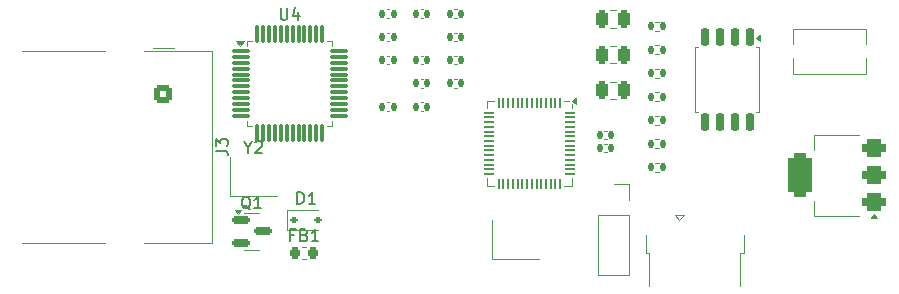
<source format=gbr>
%TF.GenerationSoftware,KiCad,Pcbnew,8.0.3*%
%TF.CreationDate,2024-06-27T21:22:13-04:00*%
%TF.ProjectId,rp2040-mgmt-module,72703230-3430-42d6-9d67-6d742d6d6f64,v0.0.0*%
%TF.SameCoordinates,Original*%
%TF.FileFunction,Legend,Top*%
%TF.FilePolarity,Positive*%
%FSLAX46Y46*%
G04 Gerber Fmt 4.6, Leading zero omitted, Abs format (unit mm)*
G04 Created by KiCad (PCBNEW 8.0.3) date 2024-06-27 21:22:13*
%MOMM*%
%LPD*%
G01*
G04 APERTURE LIST*
G04 Aperture macros list*
%AMRoundRect*
0 Rectangle with rounded corners*
0 $1 Rounding radius*
0 $2 $3 $4 $5 $6 $7 $8 $9 X,Y pos of 4 corners*
0 Add a 4 corners polygon primitive as box body*
4,1,4,$2,$3,$4,$5,$6,$7,$8,$9,$2,$3,0*
0 Add four circle primitives for the rounded corners*
1,1,$1+$1,$2,$3*
1,1,$1+$1,$4,$5*
1,1,$1+$1,$6,$7*
1,1,$1+$1,$8,$9*
0 Add four rect primitives between the rounded corners*
20,1,$1+$1,$2,$3,$4,$5,0*
20,1,$1+$1,$4,$5,$6,$7,0*
20,1,$1+$1,$6,$7,$8,$9,0*
20,1,$1+$1,$8,$9,$2,$3,0*%
G04 Aperture macros list end*
%ADD10C,0.150000*%
%ADD11C,0.120000*%
%ADD12C,0.100000*%
%ADD13RoundRect,0.140000X-0.140000X-0.170000X0.140000X-0.170000X0.140000X0.170000X-0.140000X0.170000X0*%
%ADD14C,3.250000*%
%ADD15RoundRect,0.250500X-0.499500X0.499500X-0.499500X-0.499500X0.499500X-0.499500X0.499500X0.499500X0*%
%ADD16C,1.500000*%
%ADD17C,2.500000*%
%ADD18RoundRect,0.250000X-0.250000X-0.475000X0.250000X-0.475000X0.250000X0.475000X-0.250000X0.475000X0*%
%ADD19RoundRect,0.375000X0.625000X0.375000X-0.625000X0.375000X-0.625000X-0.375000X0.625000X-0.375000X0*%
%ADD20RoundRect,0.500000X0.500000X1.400000X-0.500000X1.400000X-0.500000X-1.400000X0.500000X-1.400000X0*%
%ADD21RoundRect,0.218750X-0.218750X-0.256250X0.218750X-0.256250X0.218750X0.256250X-0.218750X0.256250X0*%
%ADD22R,1.200000X1.000000*%
%ADD23R,1.700000X1.700000*%
%ADD24O,1.700000X1.700000*%
%ADD25RoundRect,0.135000X-0.135000X-0.185000X0.135000X-0.185000X0.135000X0.185000X-0.135000X0.185000X0*%
%ADD26R,1.400000X1.200000*%
%ADD27RoundRect,0.150000X-0.587500X-0.150000X0.587500X-0.150000X0.587500X0.150000X-0.587500X0.150000X0*%
%ADD28RoundRect,0.112500X-0.187500X-0.112500X0.187500X-0.112500X0.187500X0.112500X-0.187500X0.112500X0*%
%ADD29RoundRect,0.050000X-0.050000X0.387500X-0.050000X-0.387500X0.050000X-0.387500X0.050000X0.387500X0*%
%ADD30RoundRect,0.050000X-0.387500X0.050000X-0.387500X-0.050000X0.387500X-0.050000X0.387500X0.050000X0*%
%ADD31R,3.200000X3.200000*%
%ADD32R,0.400000X1.650000*%
%ADD33R,1.825000X0.700000*%
%ADD34R,2.000000X1.500000*%
%ADD35R,1.350000X2.000000*%
%ADD36O,1.350000X1.700000*%
%ADD37O,1.100000X1.500000*%
%ADD38R,1.430000X2.500000*%
%ADD39R,4.300000X0.700000*%
%ADD40R,3.200000X0.700000*%
%ADD41RoundRect,0.150000X-0.150000X0.650000X-0.150000X-0.650000X0.150000X-0.650000X0.150000X0.650000X0*%
%ADD42RoundRect,0.075000X-0.662500X-0.075000X0.662500X-0.075000X0.662500X0.075000X-0.662500X0.075000X0*%
%ADD43RoundRect,0.075000X-0.075000X-0.662500X0.075000X-0.662500X0.075000X0.662500X-0.075000X0.662500X0*%
G04 APERTURE END LIST*
D10*
X17014819Y-12418333D02*
X17729104Y-12418333D01*
X17729104Y-12418333D02*
X17871961Y-12465952D01*
X17871961Y-12465952D02*
X17967200Y-12561190D01*
X17967200Y-12561190D02*
X18014819Y-12704047D01*
X18014819Y-12704047D02*
X18014819Y-12799285D01*
X17014819Y-12037380D02*
X17014819Y-11418333D01*
X17014819Y-11418333D02*
X17395771Y-11751666D01*
X17395771Y-11751666D02*
X17395771Y-11608809D01*
X17395771Y-11608809D02*
X17443390Y-11513571D01*
X17443390Y-11513571D02*
X17491009Y-11465952D01*
X17491009Y-11465952D02*
X17586247Y-11418333D01*
X17586247Y-11418333D02*
X17824342Y-11418333D01*
X17824342Y-11418333D02*
X17919580Y-11465952D01*
X17919580Y-11465952D02*
X17967200Y-11513571D01*
X17967200Y-11513571D02*
X18014819Y-11608809D01*
X18014819Y-11608809D02*
X18014819Y-11894523D01*
X18014819Y-11894523D02*
X17967200Y-11989761D01*
X17967200Y-11989761D02*
X17919580Y-12037380D01*
X23654166Y-19556009D02*
X23320833Y-19556009D01*
X23320833Y-20079819D02*
X23320833Y-19079819D01*
X23320833Y-19079819D02*
X23797023Y-19079819D01*
X24511309Y-19556009D02*
X24654166Y-19603628D01*
X24654166Y-19603628D02*
X24701785Y-19651247D01*
X24701785Y-19651247D02*
X24749404Y-19746485D01*
X24749404Y-19746485D02*
X24749404Y-19889342D01*
X24749404Y-19889342D02*
X24701785Y-19984580D01*
X24701785Y-19984580D02*
X24654166Y-20032200D01*
X24654166Y-20032200D02*
X24558928Y-20079819D01*
X24558928Y-20079819D02*
X24177976Y-20079819D01*
X24177976Y-20079819D02*
X24177976Y-19079819D01*
X24177976Y-19079819D02*
X24511309Y-19079819D01*
X24511309Y-19079819D02*
X24606547Y-19127438D01*
X24606547Y-19127438D02*
X24654166Y-19175057D01*
X24654166Y-19175057D02*
X24701785Y-19270295D01*
X24701785Y-19270295D02*
X24701785Y-19365533D01*
X24701785Y-19365533D02*
X24654166Y-19460771D01*
X24654166Y-19460771D02*
X24606547Y-19508390D01*
X24606547Y-19508390D02*
X24511309Y-19556009D01*
X24511309Y-19556009D02*
X24177976Y-19556009D01*
X25701785Y-20079819D02*
X25130357Y-20079819D01*
X25416071Y-20079819D02*
X25416071Y-19079819D01*
X25416071Y-19079819D02*
X25320833Y-19222676D01*
X25320833Y-19222676D02*
X25225595Y-19317914D01*
X25225595Y-19317914D02*
X25130357Y-19365533D01*
X19741309Y-12153628D02*
X19741309Y-12629819D01*
X19407976Y-11629819D02*
X19741309Y-12153628D01*
X19741309Y-12153628D02*
X20074642Y-11629819D01*
X20360357Y-11725057D02*
X20407976Y-11677438D01*
X20407976Y-11677438D02*
X20503214Y-11629819D01*
X20503214Y-11629819D02*
X20741309Y-11629819D01*
X20741309Y-11629819D02*
X20836547Y-11677438D01*
X20836547Y-11677438D02*
X20884166Y-11725057D01*
X20884166Y-11725057D02*
X20931785Y-11820295D01*
X20931785Y-11820295D02*
X20931785Y-11915533D01*
X20931785Y-11915533D02*
X20884166Y-12058390D01*
X20884166Y-12058390D02*
X20312738Y-12629819D01*
X20312738Y-12629819D02*
X20931785Y-12629819D01*
X19942261Y-17400057D02*
X19847023Y-17352438D01*
X19847023Y-17352438D02*
X19751785Y-17257200D01*
X19751785Y-17257200D02*
X19608928Y-17114342D01*
X19608928Y-17114342D02*
X19513690Y-17066723D01*
X19513690Y-17066723D02*
X19418452Y-17066723D01*
X19466071Y-17304819D02*
X19370833Y-17257200D01*
X19370833Y-17257200D02*
X19275595Y-17161961D01*
X19275595Y-17161961D02*
X19227976Y-16971485D01*
X19227976Y-16971485D02*
X19227976Y-16638152D01*
X19227976Y-16638152D02*
X19275595Y-16447676D01*
X19275595Y-16447676D02*
X19370833Y-16352438D01*
X19370833Y-16352438D02*
X19466071Y-16304819D01*
X19466071Y-16304819D02*
X19656547Y-16304819D01*
X19656547Y-16304819D02*
X19751785Y-16352438D01*
X19751785Y-16352438D02*
X19847023Y-16447676D01*
X19847023Y-16447676D02*
X19894642Y-16638152D01*
X19894642Y-16638152D02*
X19894642Y-16971485D01*
X19894642Y-16971485D02*
X19847023Y-17161961D01*
X19847023Y-17161961D02*
X19751785Y-17257200D01*
X19751785Y-17257200D02*
X19656547Y-17304819D01*
X19656547Y-17304819D02*
X19466071Y-17304819D01*
X20847023Y-17304819D02*
X20275595Y-17304819D01*
X20561309Y-17304819D02*
X20561309Y-16304819D01*
X20561309Y-16304819D02*
X20466071Y-16447676D01*
X20466071Y-16447676D02*
X20370833Y-16542914D01*
X20370833Y-16542914D02*
X20275595Y-16590533D01*
X23914405Y-16929819D02*
X23914405Y-15929819D01*
X23914405Y-15929819D02*
X24152500Y-15929819D01*
X24152500Y-15929819D02*
X24295357Y-15977438D01*
X24295357Y-15977438D02*
X24390595Y-16072676D01*
X24390595Y-16072676D02*
X24438214Y-16167914D01*
X24438214Y-16167914D02*
X24485833Y-16358390D01*
X24485833Y-16358390D02*
X24485833Y-16501247D01*
X24485833Y-16501247D02*
X24438214Y-16691723D01*
X24438214Y-16691723D02*
X24390595Y-16786961D01*
X24390595Y-16786961D02*
X24295357Y-16882200D01*
X24295357Y-16882200D02*
X24152500Y-16929819D01*
X24152500Y-16929819D02*
X23914405Y-16929819D01*
X25438214Y-16929819D02*
X24866786Y-16929819D01*
X25152500Y-16929819D02*
X25152500Y-15929819D01*
X25152500Y-15929819D02*
X25057262Y-16072676D01*
X25057262Y-16072676D02*
X24962024Y-16167914D01*
X24962024Y-16167914D02*
X24866786Y-16215533D01*
X22505595Y-329819D02*
X22505595Y-1139342D01*
X22505595Y-1139342D02*
X22553214Y-1234580D01*
X22553214Y-1234580D02*
X22600833Y-1282200D01*
X22600833Y-1282200D02*
X22696071Y-1329819D01*
X22696071Y-1329819D02*
X22886547Y-1329819D01*
X22886547Y-1329819D02*
X22981785Y-1282200D01*
X22981785Y-1282200D02*
X23029404Y-1234580D01*
X23029404Y-1234580D02*
X23077023Y-1139342D01*
X23077023Y-1139342D02*
X23077023Y-329819D01*
X23981785Y-663152D02*
X23981785Y-1329819D01*
X23743690Y-282200D02*
X23505595Y-996485D01*
X23505595Y-996485D02*
X24124642Y-996485D01*
D11*
%TO.C,C7*%
X31472164Y-8340000D02*
X31687836Y-8340000D01*
X31472164Y-9060000D02*
X31687836Y-9060000D01*
%TO.C,C6*%
X49892164Y-10740000D02*
X50107836Y-10740000D01*
X49892164Y-11460000D02*
X50107836Y-11460000D01*
%TO.C,J3*%
X7630000Y-3955000D02*
X610000Y-3955000D01*
X7630000Y-20215000D02*
X610000Y-20215000D01*
X13460000Y-3725000D02*
X11660000Y-3725000D01*
X16710000Y-3955000D02*
X10910000Y-3955000D01*
X16710000Y-3955000D02*
X16710000Y-20215000D01*
X16710000Y-20215000D02*
X10910000Y-20215000D01*
%TO.C,C4*%
X50388748Y-3555000D02*
X50911252Y-3555000D01*
X50388748Y-5025000D02*
X50911252Y-5025000D01*
%TO.C,U1*%
X67690000Y-11090000D02*
X67690000Y-12350000D01*
X67690000Y-17910000D02*
X67690000Y-16650000D01*
X71450000Y-11090000D02*
X67690000Y-11090000D01*
X71450000Y-17910000D02*
X67690000Y-17910000D01*
X72970000Y-18140000D02*
X72490000Y-18140000D01*
X72730000Y-17810000D01*
X72970000Y-18140000D01*
G36*
X72970000Y-18140000D02*
G01*
X72490000Y-18140000D01*
X72730000Y-17810000D01*
X72970000Y-18140000D01*
G37*
%TO.C,C13*%
X37212164Y-460000D02*
X37427836Y-460000D01*
X37212164Y-1180000D02*
X37427836Y-1180000D01*
%TO.C,FB1*%
X24324721Y-20545000D02*
X24650279Y-20545000D01*
X24324721Y-21565000D02*
X24650279Y-21565000D01*
D12*
%TO.C,SW1*%
X65900000Y-2100000D02*
X72100000Y-2100000D01*
X65900000Y-3400000D02*
X65900000Y-2100000D01*
X65900000Y-5900000D02*
X65900000Y-4600000D01*
X72100000Y-2100000D02*
X72100000Y-3400000D01*
X72100000Y-4600000D02*
X72100000Y-5900000D01*
X72100000Y-5900000D02*
X65900000Y-5900000D01*
D11*
%TO.C,C2*%
X31472164Y-2430000D02*
X31687836Y-2430000D01*
X31472164Y-3150000D02*
X31687836Y-3150000D01*
%TO.C,C15*%
X37212164Y-4400000D02*
X37427836Y-4400000D01*
X37212164Y-5120000D02*
X37427836Y-5120000D01*
%TO.C,C16*%
X50388748Y-6565000D02*
X50911252Y-6565000D01*
X50388748Y-8035000D02*
X50911252Y-8035000D01*
%TO.C,J4*%
X49370000Y-17830000D02*
X49370000Y-22970000D01*
X49370000Y-17830000D02*
X52030000Y-17830000D01*
X49370000Y-22970000D02*
X52030000Y-22970000D01*
X50700000Y-15230000D02*
X52030000Y-15230000D01*
X52030000Y-15230000D02*
X52030000Y-16560000D01*
X52030000Y-17830000D02*
X52030000Y-22970000D01*
%TO.C,C1*%
X31472164Y-460000D02*
X31687836Y-460000D01*
X31472164Y-1180000D02*
X31687836Y-1180000D01*
%TO.C,C10*%
X34342164Y-4400000D02*
X34557836Y-4400000D01*
X34342164Y-5120000D02*
X34557836Y-5120000D01*
%TO.C,R1*%
X54236359Y-1520000D02*
X54543641Y-1520000D01*
X54236359Y-2280000D02*
X54543641Y-2280000D01*
%TO.C,R7*%
X54236359Y-13460000D02*
X54543641Y-13460000D01*
X54236359Y-14220000D02*
X54543641Y-14220000D01*
%TO.C,C17*%
X37212164Y-6370000D02*
X37427836Y-6370000D01*
X37212164Y-7090000D02*
X37427836Y-7090000D01*
%TO.C,C9*%
X49892164Y-11840000D02*
X50107836Y-11840000D01*
X49892164Y-12560000D02*
X50107836Y-12560000D01*
%TO.C,C11*%
X34342164Y-6370000D02*
X34557836Y-6370000D01*
X34342164Y-7090000D02*
X34557836Y-7090000D01*
%TO.C,Y2*%
X18217500Y-12975000D02*
X18217500Y-16275000D01*
X18217500Y-16275000D02*
X22217500Y-16275000D01*
%TO.C,C8*%
X34342164Y-460000D02*
X34557836Y-460000D01*
X34342164Y-1180000D02*
X34557836Y-1180000D01*
%TO.C,Q1*%
X20037500Y-17690000D02*
X19387500Y-17690000D01*
X20037500Y-17690000D02*
X20687500Y-17690000D01*
X20037500Y-20810000D02*
X19387500Y-20810000D01*
X20037500Y-20810000D02*
X20687500Y-20810000D01*
X18875000Y-17740000D02*
X18635000Y-17410000D01*
X19115000Y-17410000D01*
X18875000Y-17740000D01*
G36*
X18875000Y-17740000D02*
G01*
X18635000Y-17410000D01*
X19115000Y-17410000D01*
X18875000Y-17740000D01*
G37*
%TO.C,C5*%
X31472164Y-4400000D02*
X31687836Y-4400000D01*
X31472164Y-5120000D02*
X31687836Y-5120000D01*
%TO.C,C12*%
X34342164Y-8340000D02*
X34557836Y-8340000D01*
X34342164Y-9060000D02*
X34557836Y-9060000D01*
%TO.C,Y1*%
X40400000Y-18250000D02*
X40400000Y-21550000D01*
X40400000Y-21550000D02*
X44400000Y-21550000D01*
%TO.C,D1*%
X23042500Y-17475000D02*
X23042500Y-19175000D01*
X23042500Y-17475000D02*
X25702500Y-17475000D01*
X23042500Y-19175000D02*
X25702500Y-19175000D01*
%TO.C,R3*%
X54236359Y-5500000D02*
X54543641Y-5500000D01*
X54236359Y-6260000D02*
X54543641Y-6260000D01*
%TO.C,R2*%
X54236359Y-3510000D02*
X54543641Y-3510000D01*
X54236359Y-4270000D02*
X54543641Y-4270000D01*
%TO.C,U3*%
X39952500Y-8190000D02*
X40602500Y-8190000D01*
X39952500Y-8840000D02*
X39952500Y-8190000D01*
X39952500Y-14760000D02*
X39952500Y-15410000D01*
X39952500Y-15410000D02*
X40602500Y-15410000D01*
X46522500Y-8190000D02*
X46932500Y-8190000D01*
X47172500Y-8840000D02*
X47172500Y-8490000D01*
X47172500Y-14760000D02*
X47172500Y-15410000D01*
X47172500Y-15410000D02*
X46522500Y-15410000D01*
X47502500Y-8430000D02*
X47172500Y-8190000D01*
X47502500Y-7950000D01*
X47502500Y-8430000D01*
G36*
X47502500Y-8430000D02*
G01*
X47172500Y-8190000D01*
X47502500Y-7950000D01*
X47502500Y-8430000D01*
G37*
%TO.C,C14*%
X37212164Y-2430000D02*
X37427836Y-2430000D01*
X37212164Y-3150000D02*
X37427836Y-3150000D01*
%TO.C,J2*%
X53410000Y-21100000D02*
X53410000Y-19550000D01*
X53410000Y-21100000D02*
X53710000Y-21100000D01*
X53710000Y-23900000D02*
X53710000Y-21100000D01*
X55860000Y-17850000D02*
X56660000Y-17850000D01*
X56260000Y-18300000D02*
X55860000Y-17850000D01*
X56660000Y-17850000D02*
X56260000Y-18300000D01*
X61410000Y-21100000D02*
X61710000Y-21100000D01*
X61410000Y-23900000D02*
X61410000Y-21100000D01*
X61710000Y-21100000D02*
X61710000Y-19550000D01*
%TO.C,R4*%
X54236359Y-7490000D02*
X54543641Y-7490000D01*
X54236359Y-8250000D02*
X54543641Y-8250000D01*
%TO.C,R6*%
X54236359Y-11470000D02*
X54543641Y-11470000D01*
X54236359Y-12230000D02*
X54543641Y-12230000D01*
%TO.C,U2*%
X57575000Y-3675000D02*
X57835000Y-3675000D01*
X57575000Y-6400000D02*
X57575000Y-3675000D01*
X57575000Y-6400000D02*
X57575000Y-9125000D01*
X57575000Y-9125000D02*
X57835000Y-9125000D01*
X63025000Y-3675000D02*
X62765000Y-3675000D01*
X63025000Y-6400000D02*
X63025000Y-3675000D01*
X63025000Y-6400000D02*
X63025000Y-9125000D01*
X63025000Y-9125000D02*
X62765000Y-9125000D01*
X63095000Y-3132500D02*
X62765000Y-2892500D01*
X63095000Y-2652500D01*
X63095000Y-3132500D01*
G36*
X63095000Y-3132500D02*
G01*
X62765000Y-2892500D01*
X63095000Y-2652500D01*
X63095000Y-3132500D01*
G37*
%TO.C,U4*%
X19657500Y-3115000D02*
X19657500Y-3565000D01*
X19657500Y-10335000D02*
X19657500Y-9885000D01*
X20107500Y-3115000D02*
X19657500Y-3115000D01*
X20107500Y-10335000D02*
X19657500Y-10335000D01*
X26427500Y-3115000D02*
X26877500Y-3115000D01*
X26427500Y-10335000D02*
X26877500Y-10335000D01*
X26877500Y-3115000D02*
X26877500Y-3565000D01*
X26877500Y-10335000D02*
X26877500Y-9885000D01*
X19067500Y-3565000D02*
X18727500Y-3095000D01*
X19407500Y-3095000D01*
X19067500Y-3565000D01*
G36*
X19067500Y-3565000D02*
G01*
X18727500Y-3095000D01*
X19407500Y-3095000D01*
X19067500Y-3565000D01*
G37*
%TO.C,R5*%
X54236359Y-9480000D02*
X54543641Y-9480000D01*
X54236359Y-10240000D02*
X54543641Y-10240000D01*
%TO.C,C3*%
X50388748Y-545000D02*
X50911252Y-545000D01*
X50388748Y-2015000D02*
X50911252Y-2015000D01*
%TD*%
%LPC*%
D13*
%TO.C,C7*%
X31100000Y-8700000D03*
X32060000Y-8700000D03*
%TD*%
%TO.C,C6*%
X49520000Y-11100000D03*
X50480000Y-11100000D03*
%TD*%
D14*
%TO.C,J3*%
X6200000Y-6370000D03*
X6200000Y-17800000D03*
D15*
X12560000Y-7645000D03*
D16*
X15100000Y-8905000D03*
X12560000Y-10185000D03*
X15100000Y-11445000D03*
X12560000Y-12725000D03*
X15100000Y-13985000D03*
X12560000Y-15265000D03*
X15100000Y-16525000D03*
X1300000Y-5460000D03*
X1300000Y-8000000D03*
X1300000Y-16170000D03*
X1300000Y-18710000D03*
D17*
X9250000Y-4340000D03*
X9250000Y-19830000D03*
%TD*%
D18*
%TO.C,C4*%
X49700000Y-4290000D03*
X51600000Y-4290000D03*
%TD*%
D19*
%TO.C,U1*%
X72750000Y-16800000D03*
X72750000Y-14500000D03*
D20*
X66450000Y-14500000D03*
D19*
X72750000Y-12200000D03*
%TD*%
D13*
%TO.C,C13*%
X36840000Y-820000D03*
X37800000Y-820000D03*
%TD*%
D21*
%TO.C,FB1*%
X23700000Y-21055000D03*
X25275000Y-21055000D03*
%TD*%
D22*
%TO.C,SW1*%
X72700000Y-4000000D03*
X65300000Y-4000000D03*
%TD*%
D13*
%TO.C,C2*%
X31100000Y-2790000D03*
X32060000Y-2790000D03*
%TD*%
%TO.C,C15*%
X36840000Y-4760000D03*
X37800000Y-4760000D03*
%TD*%
D18*
%TO.C,C16*%
X49700000Y-7300000D03*
X51600000Y-7300000D03*
%TD*%
D23*
%TO.C,J4*%
X50700000Y-16560000D03*
D24*
X50700000Y-19100000D03*
X50700000Y-21640000D03*
%TD*%
D13*
%TO.C,C1*%
X31100000Y-820000D03*
X32060000Y-820000D03*
%TD*%
%TO.C,C10*%
X33970000Y-4760000D03*
X34930000Y-4760000D03*
%TD*%
D25*
%TO.C,R1*%
X53880000Y-1900000D03*
X54900000Y-1900000D03*
%TD*%
%TO.C,R7*%
X53880000Y-13840000D03*
X54900000Y-13840000D03*
%TD*%
D13*
%TO.C,C17*%
X36840000Y-6730000D03*
X37800000Y-6730000D03*
%TD*%
%TO.C,C9*%
X49520000Y-12200000D03*
X50480000Y-12200000D03*
%TD*%
%TO.C,C11*%
X33970000Y-6730000D03*
X34930000Y-6730000D03*
%TD*%
D26*
%TO.C,Y2*%
X19117500Y-15475000D03*
X21317500Y-15475000D03*
X21317500Y-13775000D03*
X19117500Y-13775000D03*
%TD*%
D13*
%TO.C,C8*%
X33970000Y-820000D03*
X34930000Y-820000D03*
%TD*%
D27*
%TO.C,Q1*%
X19100000Y-18300000D03*
X19100000Y-20200000D03*
X20975000Y-19250000D03*
%TD*%
D13*
%TO.C,C5*%
X31100000Y-4760000D03*
X32060000Y-4760000D03*
%TD*%
%TO.C,C12*%
X33970000Y-8700000D03*
X34930000Y-8700000D03*
%TD*%
D26*
%TO.C,Y1*%
X41300000Y-20750000D03*
X43500000Y-20750000D03*
X43500000Y-19050000D03*
X41300000Y-19050000D03*
%TD*%
D28*
%TO.C,D1*%
X23602500Y-18325000D03*
X25702500Y-18325000D03*
%TD*%
D25*
%TO.C,R3*%
X53880000Y-5880000D03*
X54900000Y-5880000D03*
%TD*%
%TO.C,R2*%
X53880000Y-3890000D03*
X54900000Y-3890000D03*
%TD*%
D29*
%TO.C,U3*%
X46162500Y-8362500D03*
X45762500Y-8362500D03*
X45362500Y-8362500D03*
X44962500Y-8362500D03*
X44562500Y-8362500D03*
X44162500Y-8362500D03*
X43762500Y-8362500D03*
X43362500Y-8362500D03*
X42962500Y-8362500D03*
X42562500Y-8362500D03*
X42162500Y-8362500D03*
X41762500Y-8362500D03*
X41362500Y-8362500D03*
X40962500Y-8362500D03*
D30*
X40125000Y-9200000D03*
X40125000Y-9600000D03*
X40125000Y-10000000D03*
X40125000Y-10400000D03*
X40125000Y-10800000D03*
X40125000Y-11200000D03*
X40125000Y-11600000D03*
X40125000Y-12000000D03*
X40125000Y-12400000D03*
X40125000Y-12800000D03*
X40125000Y-13200000D03*
X40125000Y-13600000D03*
X40125000Y-14000000D03*
X40125000Y-14400000D03*
D29*
X40962500Y-15237500D03*
X41362500Y-15237500D03*
X41762500Y-15237500D03*
X42162500Y-15237500D03*
X42562500Y-15237500D03*
X42962500Y-15237500D03*
X43362500Y-15237500D03*
X43762500Y-15237500D03*
X44162500Y-15237500D03*
X44562500Y-15237500D03*
X44962500Y-15237500D03*
X45362500Y-15237500D03*
X45762500Y-15237500D03*
X46162500Y-15237500D03*
D30*
X47000000Y-14400000D03*
X47000000Y-14000000D03*
X47000000Y-13600000D03*
X47000000Y-13200000D03*
X47000000Y-12800000D03*
X47000000Y-12400000D03*
X47000000Y-12000000D03*
X47000000Y-11600000D03*
X47000000Y-11200000D03*
X47000000Y-10800000D03*
X47000000Y-10400000D03*
X47000000Y-10000000D03*
X47000000Y-9600000D03*
X47000000Y-9200000D03*
D31*
X43562500Y-11800000D03*
%TD*%
D13*
%TO.C,C14*%
X36840000Y-2790000D03*
X37800000Y-2790000D03*
%TD*%
D32*
%TO.C,J2*%
X56260000Y-19400000D03*
X56910000Y-19400000D03*
X57560000Y-19400000D03*
X58210000Y-19400000D03*
X58860000Y-19400000D03*
D33*
X54610000Y-20600000D03*
D34*
X54710000Y-19300000D03*
D35*
X54830000Y-21350000D03*
D36*
X54830000Y-22280000D03*
D37*
X55140000Y-19280000D03*
D38*
X56600000Y-22550000D03*
X58520000Y-22550000D03*
D37*
X59980000Y-19280000D03*
D36*
X60290000Y-22280000D03*
D35*
X60310000Y-21350000D03*
D34*
X60460000Y-19280000D03*
D33*
X60560000Y-20600000D03*
%TD*%
D39*
%TO.C,J1*%
X81950000Y-21390000D03*
X81950000Y-20390000D03*
X81950000Y-19390000D03*
X81950000Y-18390000D03*
X81950000Y-17390000D03*
X81950000Y-16390000D03*
X81950000Y-15390000D03*
X81950000Y-14390000D03*
X81950000Y-13390000D03*
X81950000Y-12390000D03*
X81950000Y-11390000D03*
X81950000Y-8390000D03*
X81950000Y-7390000D03*
X81950000Y-6390000D03*
X81950000Y-5390000D03*
X81950000Y-4390000D03*
D40*
X81400000Y-3390000D03*
D39*
X81950000Y-2390000D03*
%TD*%
D25*
%TO.C,R4*%
X53880000Y-7870000D03*
X54900000Y-7870000D03*
%TD*%
%TO.C,R6*%
X53880000Y-11850000D03*
X54900000Y-11850000D03*
%TD*%
D41*
%TO.C,U2*%
X62205000Y-2800000D03*
X60935000Y-2800000D03*
X59665000Y-2800000D03*
X58395000Y-2800000D03*
X58395000Y-10000000D03*
X59665000Y-10000000D03*
X60935000Y-10000000D03*
X62205000Y-10000000D03*
%TD*%
D42*
%TO.C,U4*%
X19105000Y-3975000D03*
X19105000Y-4475000D03*
X19105000Y-4975000D03*
X19105000Y-5475000D03*
X19105000Y-5975000D03*
X19105000Y-6475000D03*
X19105000Y-6975000D03*
X19105000Y-7475000D03*
X19105000Y-7975000D03*
X19105000Y-8475000D03*
X19105000Y-8975000D03*
X19105000Y-9475000D03*
D43*
X20517500Y-10887500D03*
X21017500Y-10887500D03*
X21517500Y-10887500D03*
X22017500Y-10887500D03*
X22517500Y-10887500D03*
X23017500Y-10887500D03*
X23517500Y-10887500D03*
X24017500Y-10887500D03*
X24517500Y-10887500D03*
X25017500Y-10887500D03*
X25517500Y-10887500D03*
X26017500Y-10887500D03*
D42*
X27430000Y-9475000D03*
X27430000Y-8975000D03*
X27430000Y-8475000D03*
X27430000Y-7975000D03*
X27430000Y-7475000D03*
X27430000Y-6975000D03*
X27430000Y-6475000D03*
X27430000Y-5975000D03*
X27430000Y-5475000D03*
X27430000Y-4975000D03*
X27430000Y-4475000D03*
X27430000Y-3975000D03*
D43*
X26017500Y-2562500D03*
X25517500Y-2562500D03*
X25017500Y-2562500D03*
X24517500Y-2562500D03*
X24017500Y-2562500D03*
X23517500Y-2562500D03*
X23017500Y-2562500D03*
X22517500Y-2562500D03*
X22017500Y-2562500D03*
X21517500Y-2562500D03*
X21017500Y-2562500D03*
X20517500Y-2562500D03*
%TD*%
D25*
%TO.C,R5*%
X53880000Y-9860000D03*
X54900000Y-9860000D03*
%TD*%
D18*
%TO.C,C3*%
X49700000Y-1280000D03*
X51600000Y-1280000D03*
%TD*%
%LPD*%
M02*

</source>
